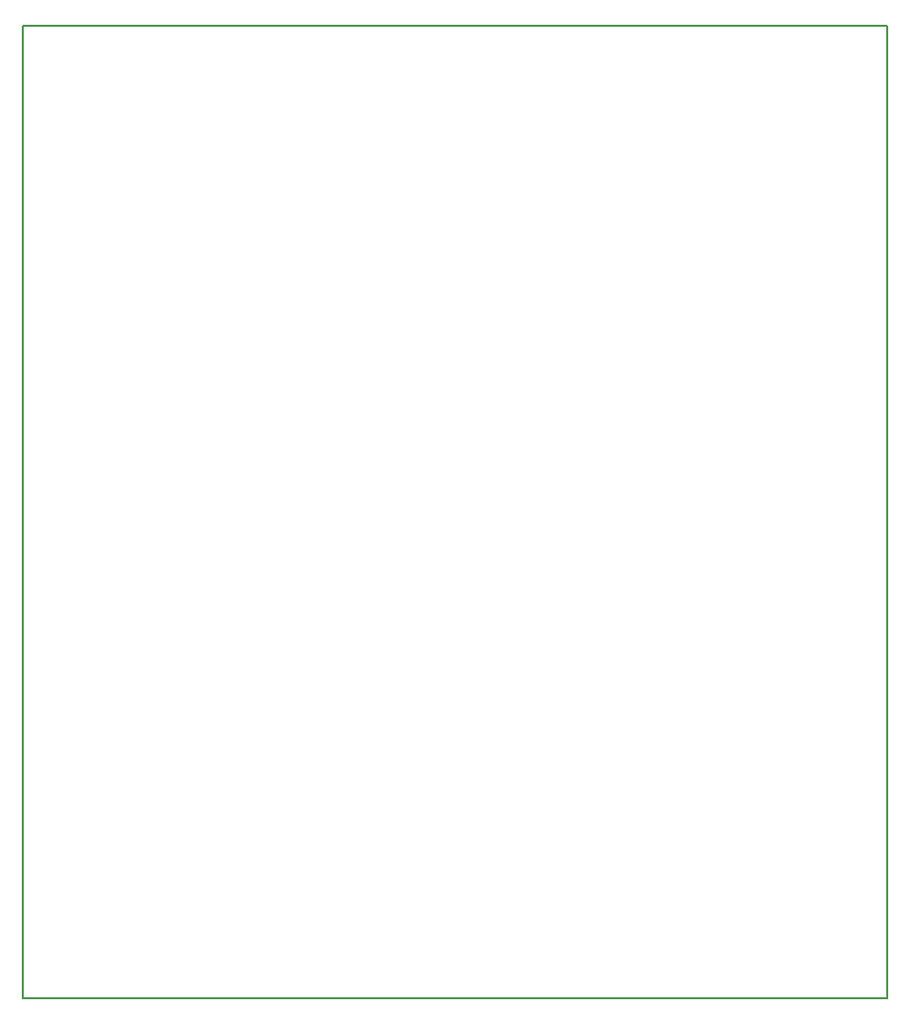
<source format=gm1>
G04 MADE WITH FRITZING*
G04 WWW.FRITZING.ORG*
G04 DOUBLE SIDED*
G04 HOLES PLATED*
G04 CONTOUR ON CENTER OF CONTOUR VECTOR*
%ASAXBY*%
%FSLAX23Y23*%
%MOIN*%
%OFA0B0*%
%SFA1.0B1.0*%
%ADD10R,2.912540X3.278500*%
%ADD11C,0.008000*%
%ADD10C,0.008*%
%LNCONTOUR*%
G90*
G70*
G54D10*
G54D11*
X4Y3275D02*
X2909Y3275D01*
X2909Y4D01*
X4Y4D01*
X4Y3275D01*
D02*
G04 End of contour*
M02*
</source>
